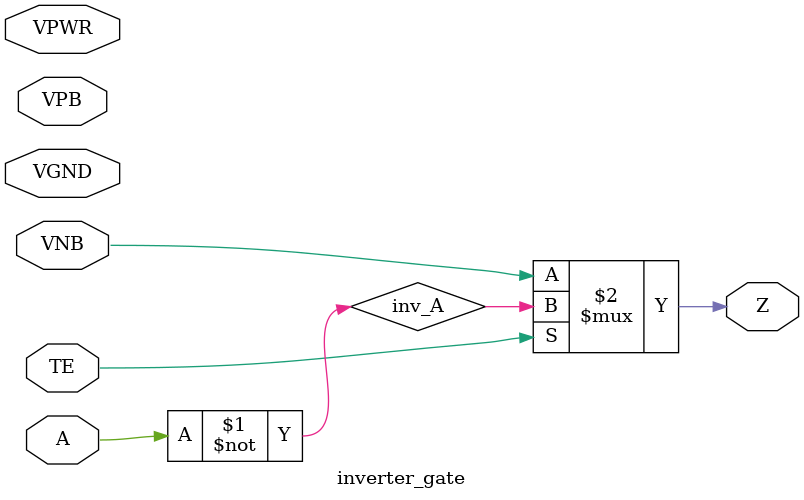
<source format=v>

module inverter_gate (
    input  A,
    output Z,
    input  TE,
    input  VPB,
    input  VPWR,
    input  VGND,
    input  VNB
);

    wire inv_A;

    assign inv_A = ~A;

    assign Z = (TE) ? inv_A : VNB;

endmodule
</source>
